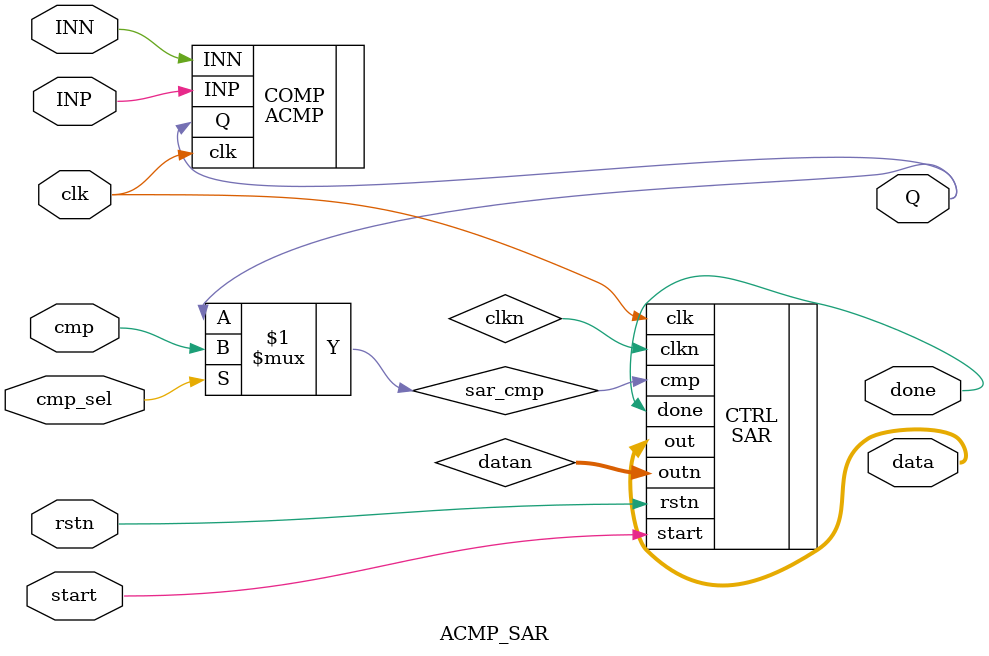
<source format=v>
module ACMP_SAR (
`ifdef USE_POWER_PINS
    input wire vccd1,	            // User area 1 1.8V supply
    input wire vssd1,	            // User area 1 digital ground
    input wire vccd2,	            // User area 2 1.8V supply (analog)
    input wire vssd2,	            // User area 2 ground      (analog)
`endif
    input   wire        clk,        // The clock (digital)
    input   wire        rstn,       // Active low reset (digital)
    input   wire        start,      // Conversion start (digital)
    output  wire        done,       // Conversion is done (digital)
    output  wire [7:0]  data,       // SAR o/p (digital)
    input   wire        cmp_sel,    // 0: Internal Comparator, 1: External Comparator (digital)
    input   wire        cmp,        // external comparison  (digital)

    // ACMP Ports 
    input   wire        INP,        // (Analog)
    input   wire        INN,        // (Analog)
    output  wire        Q,          // (digital)
);

    wire [7:0]  datan;
    wire        clkn;
    wire        sar_cmp = cmp_sel ? cmp : Q;
    
    ACMP COMP (
    `ifdef USE_POWER_PINS
        .vccd2(vccd2),
        .vssd2(vssd2),
        .VDD(vccd2),
        .VSS(vssd2),
    `endif
        .clk(clk),
        .INP(INP),
        .INN(INN),
        .Q(Q)    
    );

    SAR CTRL ( 
        .clk(clk),   
        .rstn(rstn),  
        .start(start),
        .cmp(sar_cmp),
        .out(data),    
        .outn(datan),
        .done(done),
        .clkn(clkn) 
    );
	
endmodule
</source>
